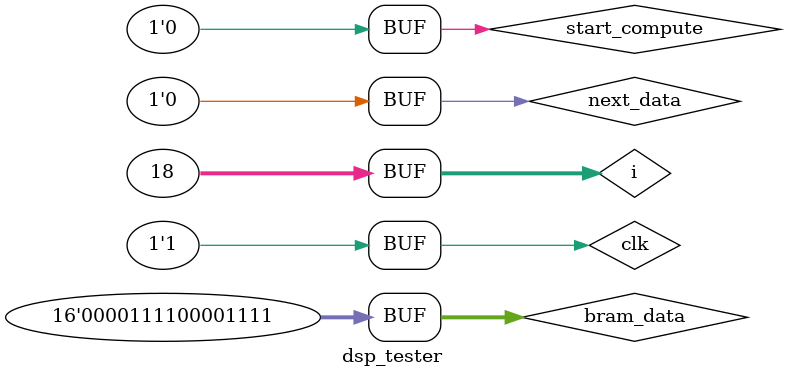
<source format=v>
`timescale 1ns / 1ps


module dsp_tester;

    reg clk;
    reg start_compute;
    reg next_data;
    reg[15:0] bram_data;
    integer i;

    always begin
        clk = 0;
        #(5) clk = 1;
        #(5);
    end
    
    initial begin
        start_compute = 0;
        next_data = 0;
        #(100);
        start_compute = 1;
        #(10)
        start_compute = 0;
        
        for(i = 0; i < 18; i = i+1) begin
            #(50)
            bram_data = (i % 2) ? 16'h0F0F : 16'h0FFF;
            next_data = 1;
            #(10)
            next_data = 0;
        end
    end
    
    wire[15:0] dat_f;
    wire[15:0] dat_l;
    wire bram_w_f;
    wire bram_w_l;
    wire done_f;
    wire done_l;
    
    iter_compute #(.FIRST(1)) first(
    .clk(clk),
    .bram_data(bram_data),
    .start_compute(start_compute), //this functions as the reset
    .next_data(next_data),
    
    .data_out(dat_f),
    .bram_write(bram_w_f),
    .done(done_f)
    );
    
    iter_compute #(.LAST(1)) last(
    .clk(clk),
    .bram_data(bram_data),
    .start_compute(start_compute), //this functions as the reset
    .next_data(next_data),
    
    .data_out(dat_l),
    .bram_write(bram_w_l),
    .done(done_l)
    );

endmodule
</source>
